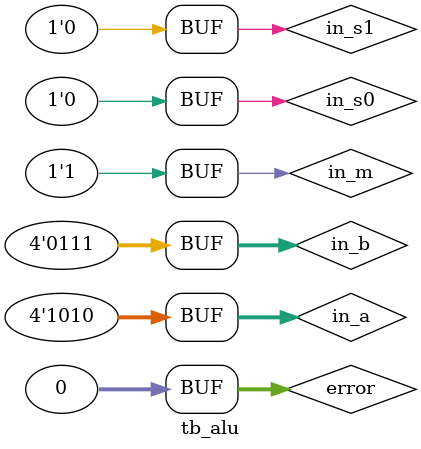
<source format=v>
`timescale 1ns / 1ps


module tb_alu();

reg [3:0] in_a;
reg [3:0] in_b;
reg in_s1;
reg in_s0;
reg in_m;
wire [3:0] tb_out;
wire zero;
wire ov;
integer error = 0;

alu DUT_ALU (in_m, in_s1, in_s0, in_a, in_b, tb_out, zero, ov);

initial begin
    in_m = 0;
    in_s1 = 0;
    in_s0 = 0;


    // assign arbitrary values for a and b
    in_a = 4'b1010;
    in_b = 4'b0111;

    // negation
    if(~in_a != tb_out)
    begin
        $display("negation error");
        error = error + 1;
    end
    if(~in_a == 0 && zero == 0) 
    begin
        $display("zero flag error in negation");
        error = error + 1;
    end
    if(ov == 1)
    begin
        $display("overflow flag error in negation");
        error = error + 1;
    end

    in_s0 = 1;
    //AND
    if(in_a & in_b != tb_out)
    begin
        $display("AND error");
        error = error + 1;
    end
    if(in_a & in_b == 0 && zero == 0)
    begin
        $display("zero flag error in AND");
        error = error + 1;
    end
    if(ov == 1)
    begin
        $display("overflow flag error in negation");
        error = error + 1;
    end

    in_s1 = 1;
    //OR
    if(in_a | in_b != tb_out)
    begin
        $display("OR error");
        error = error + 1;
    end
    if(in_a == 0 && in_b == 0 && zero == 0)
    begin
        $display("zero flag error in OR");
        error = error + 1;
    end
    if(ov == 1)
    begin
        $display("overflow flag error in OR");
        error = error + 1;
    end

    in_s0 = 0;
    //XOR
    if(in_a ^ in_b != tb_out)
    begin
        $display("XOR error");
        error = error + 1;
    end
    if(in_a == in_b && zero == 0)
    begin
        $display("zero flag error in XOR");
        error = error + 1;
    end
    if(ov == 1)
    begin
        $display("overflow flag error in XOR");
        error = error + 1;
    end

    in_m = 1;
    //sub
    if(in_a - in_b != tb_out)
    begin
        $display("sub error");
        error = error + 1;
    end
    if(in_a - in_b == 0 && zero == 0)
    begin
        $display("zero flag error in sub");
        error = error + 1;
    end
    if(ov == 1)
    begin
        $display("overflow flag error in sub");
        error = error + 1;
    end


    in_s0 = 1;
    //increment
    if(in_a + 1 != tb_out)
    begin
        $display("increment error");
        error = error + 1;
    end
    if(zero == 1)
    begin
        $display("zero flag error in increment");
        error = error + 1;
    end
    if(in_a == 15 && ov == 0)
    begin
        $display("overflow flag error in increment");
        error = error + 1;
    end


    in_s1 = 0;
    // addition
    if(in_a + in_b != tb_out)
    begin
        $display("addition error");
        error = error + 1;
    end
    if(in_a == 0 && in_b == 0 && zero == 0)
    begin
        $display("zero flag error in addition");
        error = error + 1;
    end
    if(in_a + in_b > 15 && ov == 0)
    begin
        $display("overflow flag error in addition");
        error = error + 1;
    end


    in_s0 = 0;
    // decrement
    if(in_a - 1 != tb_out)
    begin
        $display("decrement error");
        error = error + 1;
    end
    if(in_a == 1 && zero == 0)
    begin
        $display("zero flag error in decrement");
        error = error + 1;
    end
    if(ov == 1)
    begin
        $display("overflow flag error in decrement");
        error = error + 1;
    end
    end
endmodule

</source>
